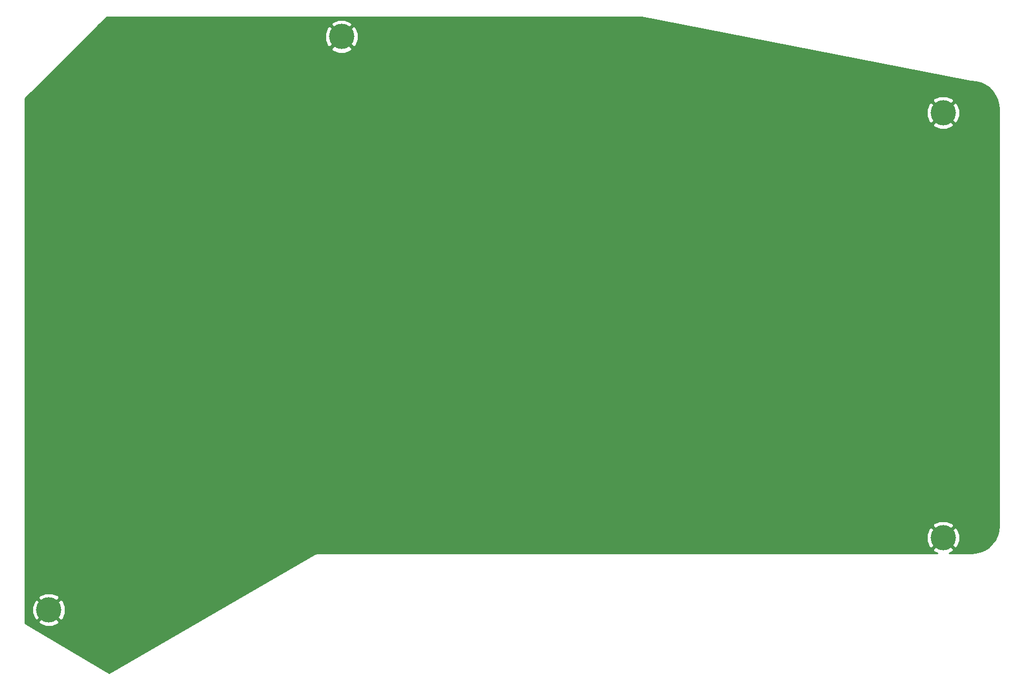
<source format=gbl>
G04 #@! TF.GenerationSoftware,KiCad,Pcbnew,5.0.2-bee76a0~70~ubuntu18.04.1*
G04 #@! TF.CreationDate,2019-07-24T01:28:00+09:00*
G04 #@! TF.ProjectId,bottom,626f7474-6f6d-42e6-9b69-6361645f7063,rev?*
G04 #@! TF.SameCoordinates,Original*
G04 #@! TF.FileFunction,Copper,L2,Bot*
G04 #@! TF.FilePolarity,Positive*
%FSLAX46Y46*%
G04 Gerber Fmt 4.6, Leading zero omitted, Abs format (unit mm)*
G04 Created by KiCad (PCBNEW 5.0.2-bee76a0~70~ubuntu18.04.1) date 2019年07月24日 01時28分00秒*
%MOMM*%
%LPD*%
G01*
G04 APERTURE LIST*
G04 #@! TA.AperFunction,ComponentPad*
%ADD10C,4.000000*%
G04 #@! TD*
G04 #@! TA.AperFunction,Conductor*
%ADD11C,0.254000*%
G04 #@! TD*
G04 APERTURE END LIST*
D10*
G04 #@! TO.P,Ref1,*
G04 #@! TO.N,GND*
X106680000Y-24765000D03*
G04 #@! TD*
G04 #@! TO.P,Ref3,*
G04 #@! TO.N,GND*
X60325000Y-115570000D03*
G04 #@! TD*
G04 #@! TO.P,Ref5,*
G04 #@! TO.N,GND*
X201930000Y-104140000D03*
G04 #@! TD*
G04 #@! TO.P,Ref2,*
G04 #@! TO.N,GND*
X201930000Y-36830000D03*
G04 #@! TD*
D11*
G04 #@! TO.N,GND*
G36*
X206307658Y-31825249D02*
X206344660Y-31825114D01*
X207148358Y-31896842D01*
X207897277Y-32101723D01*
X208598072Y-32435986D01*
X209228605Y-32889069D01*
X209768934Y-33446645D01*
X210201989Y-34091099D01*
X210514073Y-34802044D01*
X210696640Y-35562493D01*
X210745000Y-36221031D01*
X210745001Y-102203371D01*
X210673158Y-103008359D01*
X210468277Y-103757277D01*
X210134013Y-104458075D01*
X209680931Y-105088605D01*
X209123354Y-105628935D01*
X208478901Y-106061989D01*
X207767956Y-106374073D01*
X207007506Y-106556640D01*
X206348968Y-106605000D01*
X202875314Y-106605000D01*
X203404647Y-106385743D01*
X203625416Y-106015022D01*
X201930000Y-104319605D01*
X200234584Y-106015022D01*
X200455353Y-106385743D01*
X200996929Y-106605000D01*
X102893342Y-106605000D01*
X102775740Y-106597254D01*
X102685958Y-106627699D01*
X102592972Y-106646195D01*
X102494969Y-106711679D01*
X69854288Y-125542841D01*
X56590000Y-117704853D01*
X56590000Y-117445022D01*
X58629584Y-117445022D01*
X58850353Y-117815743D01*
X59822012Y-118209119D01*
X60870247Y-118200713D01*
X61799647Y-117815743D01*
X62020416Y-117445022D01*
X60325000Y-115749605D01*
X58629584Y-117445022D01*
X56590000Y-117445022D01*
X56590000Y-115067012D01*
X57685881Y-115067012D01*
X57694287Y-116115247D01*
X58079257Y-117044647D01*
X58449978Y-117265416D01*
X60145395Y-115570000D01*
X60504605Y-115570000D01*
X62200022Y-117265416D01*
X62570743Y-117044647D01*
X62964119Y-116072988D01*
X62955713Y-115024753D01*
X62570743Y-114095353D01*
X62200022Y-113874584D01*
X60504605Y-115570000D01*
X60145395Y-115570000D01*
X58449978Y-113874584D01*
X58079257Y-114095353D01*
X57685881Y-115067012D01*
X56590000Y-115067012D01*
X56590000Y-113694978D01*
X58629584Y-113694978D01*
X60325000Y-115390395D01*
X62020416Y-113694978D01*
X61799647Y-113324257D01*
X60827988Y-112930881D01*
X59779753Y-112939287D01*
X58850353Y-113324257D01*
X58629584Y-113694978D01*
X56590000Y-113694978D01*
X56590000Y-103637012D01*
X199290881Y-103637012D01*
X199299287Y-104685247D01*
X199684257Y-105614647D01*
X200054978Y-105835416D01*
X201750395Y-104140000D01*
X202109605Y-104140000D01*
X203805022Y-105835416D01*
X204175743Y-105614647D01*
X204569119Y-104642988D01*
X204560713Y-103594753D01*
X204175743Y-102665353D01*
X203805022Y-102444584D01*
X202109605Y-104140000D01*
X201750395Y-104140000D01*
X200054978Y-102444584D01*
X199684257Y-102665353D01*
X199290881Y-103637012D01*
X56590000Y-103637012D01*
X56590000Y-102264978D01*
X200234584Y-102264978D01*
X201930000Y-103960395D01*
X203625416Y-102264978D01*
X203404647Y-101894257D01*
X202432988Y-101500881D01*
X201384753Y-101509287D01*
X200455353Y-101894257D01*
X200234584Y-102264978D01*
X56590000Y-102264978D01*
X56590000Y-38705022D01*
X200234584Y-38705022D01*
X200455353Y-39075743D01*
X201427012Y-39469119D01*
X202475247Y-39460713D01*
X203404647Y-39075743D01*
X203625416Y-38705022D01*
X201930000Y-37009605D01*
X200234584Y-38705022D01*
X56590000Y-38705022D01*
X56590000Y-36327012D01*
X199290881Y-36327012D01*
X199299287Y-37375247D01*
X199684257Y-38304647D01*
X200054978Y-38525416D01*
X201750395Y-36830000D01*
X202109605Y-36830000D01*
X203805022Y-38525416D01*
X204175743Y-38304647D01*
X204569119Y-37332988D01*
X204560713Y-36284753D01*
X204175743Y-35355353D01*
X203805022Y-35134584D01*
X202109605Y-36830000D01*
X201750395Y-36830000D01*
X200054978Y-35134584D01*
X199684257Y-35355353D01*
X199290881Y-36327012D01*
X56590000Y-36327012D01*
X56590000Y-34954978D01*
X200234584Y-34954978D01*
X201930000Y-36650395D01*
X203625416Y-34954978D01*
X203404647Y-34584257D01*
X202432988Y-34190881D01*
X201384753Y-34199287D01*
X200455353Y-34584257D01*
X200234584Y-34954978D01*
X56590000Y-34954978D01*
X56590000Y-34584090D01*
X64534068Y-26640022D01*
X104984584Y-26640022D01*
X105205353Y-27010743D01*
X106177012Y-27404119D01*
X107225247Y-27395713D01*
X108154647Y-27010743D01*
X108375416Y-26640022D01*
X106680000Y-24944605D01*
X104984584Y-26640022D01*
X64534068Y-26640022D01*
X66912079Y-24262012D01*
X104040881Y-24262012D01*
X104049287Y-25310247D01*
X104434257Y-26239647D01*
X104804978Y-26460416D01*
X106500395Y-24765000D01*
X106859605Y-24765000D01*
X108555022Y-26460416D01*
X108925743Y-26239647D01*
X109319119Y-25267988D01*
X109310713Y-24219753D01*
X108925743Y-23290353D01*
X108555022Y-23069584D01*
X106859605Y-24765000D01*
X106500395Y-24765000D01*
X104804978Y-23069584D01*
X104434257Y-23290353D01*
X104040881Y-24262012D01*
X66912079Y-24262012D01*
X68284113Y-22889978D01*
X104984584Y-22889978D01*
X106680000Y-24585395D01*
X108375416Y-22889978D01*
X108154647Y-22519257D01*
X107182988Y-22125881D01*
X106134753Y-22134287D01*
X105205353Y-22519257D01*
X104984584Y-22889978D01*
X68284113Y-22889978D01*
X69509092Y-21665000D01*
X154236383Y-21665000D01*
X206307658Y-31825249D01*
X206307658Y-31825249D01*
G37*
X206307658Y-31825249D02*
X206344660Y-31825114D01*
X207148358Y-31896842D01*
X207897277Y-32101723D01*
X208598072Y-32435986D01*
X209228605Y-32889069D01*
X209768934Y-33446645D01*
X210201989Y-34091099D01*
X210514073Y-34802044D01*
X210696640Y-35562493D01*
X210745000Y-36221031D01*
X210745001Y-102203371D01*
X210673158Y-103008359D01*
X210468277Y-103757277D01*
X210134013Y-104458075D01*
X209680931Y-105088605D01*
X209123354Y-105628935D01*
X208478901Y-106061989D01*
X207767956Y-106374073D01*
X207007506Y-106556640D01*
X206348968Y-106605000D01*
X202875314Y-106605000D01*
X203404647Y-106385743D01*
X203625416Y-106015022D01*
X201930000Y-104319605D01*
X200234584Y-106015022D01*
X200455353Y-106385743D01*
X200996929Y-106605000D01*
X102893342Y-106605000D01*
X102775740Y-106597254D01*
X102685958Y-106627699D01*
X102592972Y-106646195D01*
X102494969Y-106711679D01*
X69854288Y-125542841D01*
X56590000Y-117704853D01*
X56590000Y-117445022D01*
X58629584Y-117445022D01*
X58850353Y-117815743D01*
X59822012Y-118209119D01*
X60870247Y-118200713D01*
X61799647Y-117815743D01*
X62020416Y-117445022D01*
X60325000Y-115749605D01*
X58629584Y-117445022D01*
X56590000Y-117445022D01*
X56590000Y-115067012D01*
X57685881Y-115067012D01*
X57694287Y-116115247D01*
X58079257Y-117044647D01*
X58449978Y-117265416D01*
X60145395Y-115570000D01*
X60504605Y-115570000D01*
X62200022Y-117265416D01*
X62570743Y-117044647D01*
X62964119Y-116072988D01*
X62955713Y-115024753D01*
X62570743Y-114095353D01*
X62200022Y-113874584D01*
X60504605Y-115570000D01*
X60145395Y-115570000D01*
X58449978Y-113874584D01*
X58079257Y-114095353D01*
X57685881Y-115067012D01*
X56590000Y-115067012D01*
X56590000Y-113694978D01*
X58629584Y-113694978D01*
X60325000Y-115390395D01*
X62020416Y-113694978D01*
X61799647Y-113324257D01*
X60827988Y-112930881D01*
X59779753Y-112939287D01*
X58850353Y-113324257D01*
X58629584Y-113694978D01*
X56590000Y-113694978D01*
X56590000Y-103637012D01*
X199290881Y-103637012D01*
X199299287Y-104685247D01*
X199684257Y-105614647D01*
X200054978Y-105835416D01*
X201750395Y-104140000D01*
X202109605Y-104140000D01*
X203805022Y-105835416D01*
X204175743Y-105614647D01*
X204569119Y-104642988D01*
X204560713Y-103594753D01*
X204175743Y-102665353D01*
X203805022Y-102444584D01*
X202109605Y-104140000D01*
X201750395Y-104140000D01*
X200054978Y-102444584D01*
X199684257Y-102665353D01*
X199290881Y-103637012D01*
X56590000Y-103637012D01*
X56590000Y-102264978D01*
X200234584Y-102264978D01*
X201930000Y-103960395D01*
X203625416Y-102264978D01*
X203404647Y-101894257D01*
X202432988Y-101500881D01*
X201384753Y-101509287D01*
X200455353Y-101894257D01*
X200234584Y-102264978D01*
X56590000Y-102264978D01*
X56590000Y-38705022D01*
X200234584Y-38705022D01*
X200455353Y-39075743D01*
X201427012Y-39469119D01*
X202475247Y-39460713D01*
X203404647Y-39075743D01*
X203625416Y-38705022D01*
X201930000Y-37009605D01*
X200234584Y-38705022D01*
X56590000Y-38705022D01*
X56590000Y-36327012D01*
X199290881Y-36327012D01*
X199299287Y-37375247D01*
X199684257Y-38304647D01*
X200054978Y-38525416D01*
X201750395Y-36830000D01*
X202109605Y-36830000D01*
X203805022Y-38525416D01*
X204175743Y-38304647D01*
X204569119Y-37332988D01*
X204560713Y-36284753D01*
X204175743Y-35355353D01*
X203805022Y-35134584D01*
X202109605Y-36830000D01*
X201750395Y-36830000D01*
X200054978Y-35134584D01*
X199684257Y-35355353D01*
X199290881Y-36327012D01*
X56590000Y-36327012D01*
X56590000Y-34954978D01*
X200234584Y-34954978D01*
X201930000Y-36650395D01*
X203625416Y-34954978D01*
X203404647Y-34584257D01*
X202432988Y-34190881D01*
X201384753Y-34199287D01*
X200455353Y-34584257D01*
X200234584Y-34954978D01*
X56590000Y-34954978D01*
X56590000Y-34584090D01*
X64534068Y-26640022D01*
X104984584Y-26640022D01*
X105205353Y-27010743D01*
X106177012Y-27404119D01*
X107225247Y-27395713D01*
X108154647Y-27010743D01*
X108375416Y-26640022D01*
X106680000Y-24944605D01*
X104984584Y-26640022D01*
X64534068Y-26640022D01*
X66912079Y-24262012D01*
X104040881Y-24262012D01*
X104049287Y-25310247D01*
X104434257Y-26239647D01*
X104804978Y-26460416D01*
X106500395Y-24765000D01*
X106859605Y-24765000D01*
X108555022Y-26460416D01*
X108925743Y-26239647D01*
X109319119Y-25267988D01*
X109310713Y-24219753D01*
X108925743Y-23290353D01*
X108555022Y-23069584D01*
X106859605Y-24765000D01*
X106500395Y-24765000D01*
X104804978Y-23069584D01*
X104434257Y-23290353D01*
X104040881Y-24262012D01*
X66912079Y-24262012D01*
X68284113Y-22889978D01*
X104984584Y-22889978D01*
X106680000Y-24585395D01*
X108375416Y-22889978D01*
X108154647Y-22519257D01*
X107182988Y-22125881D01*
X106134753Y-22134287D01*
X105205353Y-22519257D01*
X104984584Y-22889978D01*
X68284113Y-22889978D01*
X69509092Y-21665000D01*
X154236383Y-21665000D01*
X206307658Y-31825249D01*
G04 #@! TD*
M02*

</source>
